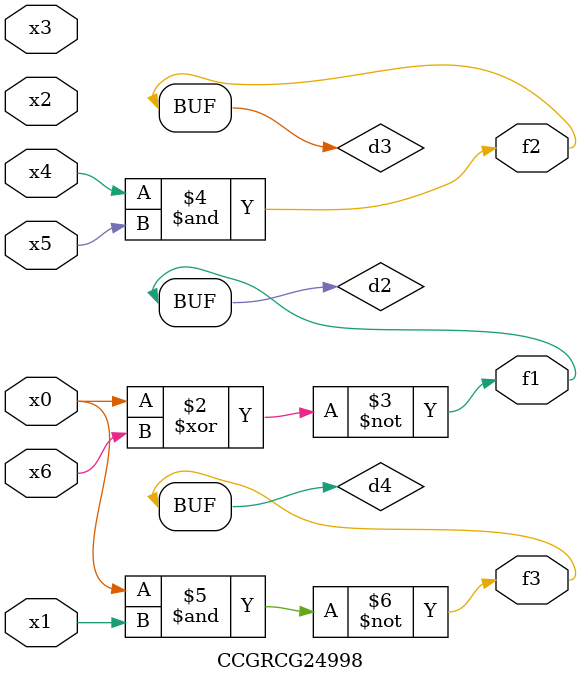
<source format=v>
module CCGRCG24998(
	input x0, x1, x2, x3, x4, x5, x6,
	output f1, f2, f3
);

	wire d1, d2, d3, d4;

	nor (d1, x0);
	xnor (d2, x0, x6);
	and (d3, x4, x5);
	nand (d4, x0, x1);
	assign f1 = d2;
	assign f2 = d3;
	assign f3 = d4;
endmodule

</source>
